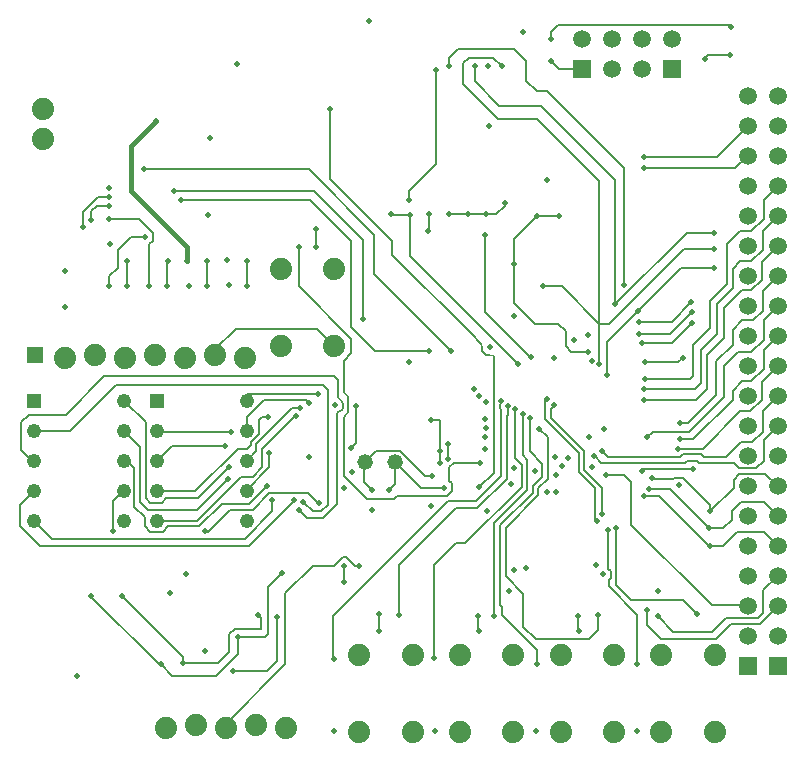
<source format=gbr>
%TF.GenerationSoftware,Novarm,DipTrace,3.2.0.1*%
%TF.CreationDate,2017-11-17T22:28:03-08:00*%
%FSLAX26Y26*%
%MOIN*%
%TF.FileFunction,Copper,L2,Inr*%
%TF.Part,Single*%
%AMOUTLINE6*
4,1,4,
0.026163,0.026163,
0.026205,-0.026121,
-0.026121,-0.026205,
-0.026163,0.026163,
0.026163,0.026163,
0*%
%TA.AperFunction,Conductor*%
%ADD14C,0.015748*%
%ADD18C,0.006*%
%TA.AperFunction,ComponentPad*%
%ADD24R,0.047992X0.047992*%
%ADD25C,0.048*%
%ADD30C,0.074*%
%ADD33C,0.052*%
%ADD41R,0.05937X0.05937*%
%ADD42C,0.05937*%
%ADD47R,0.059055X0.059055*%
%ADD48C,0.059055*%
%TA.AperFunction,ViaPad*%
%ADD49C,0.02*%
%TA.AperFunction,ComponentPad*%
%ADD106OUTLINE6*%
G75*
G01*
%LPD*%
X2715875Y1147125D2*
D18*
X2762751D1*
X2790875Y1175249D1*
Y1203375D1*
X2822125Y1234625D1*
X2897125D1*
X2944000Y1187749D1*
X2515875Y1278375D2*
X2584625D1*
X2715875Y1147125D1*
X2162564Y1953375D2*
X2225156D1*
X2350045Y1828487D1*
Y2303437D1*
X2140692Y2512790D1*
X2012580D1*
X1896967Y2628403D1*
Y2697146D1*
X1915715Y2715894D1*
X1996957D1*
X2025079Y2687772D1*
X2731500Y2078375D2*
X2631180D1*
X2381291Y1828487D1*
X2350045D1*
Y1694126D2*
Y1828487D1*
X2497125Y1253375D2*
X2550249D1*
X2715875Y1087749D1*
X2719000D1*
X2762749D1*
X2809625Y1134625D1*
X2897125D1*
X2944000Y1087749D1*
X2731500Y2016034D2*
X2622285D1*
X2477881Y1871630D1*
X2375042Y1768791D1*
Y1656630D1*
X2431596Y1959529D2*
Y2346873D1*
X2175063Y2603406D1*
X2140692D1*
X2106320Y2637777D1*
Y2703395D1*
X2065699Y2744016D1*
X1878219D1*
X1850097Y2715894D1*
Y2687772D1*
X628375Y2150251D2*
Y2200251D1*
X678375Y2250251D1*
X715875D1*
X656472Y2175841D2*
Y2203346D1*
X675251Y2222125D1*
X715875D1*
X1790875Y1322125D2*
X1769000D1*
X1684625Y1406500D1*
X1606500D1*
X1569000Y1369000D1*
X1590752Y1275374D2*
X1565875Y1300251D1*
Y1365875D1*
X1569000Y1369000D1*
X850249Y1956501D2*
Y2093999D1*
X862749Y2106500D1*
Y2131499D1*
X815874Y2178375D1*
X715875D1*
X834625Y2119000D2*
X787749D1*
X744000Y2075251D1*
Y2015875D1*
X715875Y1987751D1*
Y1956501D1*
X931500Y2272125D2*
X1400251D1*
X1562751Y2109625D1*
Y1844000D1*
X1669000Y1369000D2*
Y1293999D1*
X1650251Y1275249D1*
X1831500Y1281500D2*
X1756500D1*
X1669000Y1369000D1*
X2189963Y2777475D2*
Y2802265D1*
X2212941Y2825243D1*
X2781751D1*
X2788001Y2818992D1*
X2784945Y2725251D2*
X2713012D1*
X2700492Y2712731D1*
X1353274Y1547266D2*
X1325391D1*
X1206500Y1428375D1*
Y1403374D1*
X1175251Y1372125D1*
X1337651Y1522269D2*
X1334526D1*
X1225251Y1412993D1*
Y1350251D1*
X1194000Y1319000D1*
X1156745D1*
X1009870Y1172125D1*
X875251D1*
Y1272125D2*
X1003609D1*
X1144235Y1412751D1*
X1175013D1*
X1187667Y1425404D1*
Y1434778D1*
X1215789Y1462900D1*
Y1509770D1*
X1225163Y1519144D1*
X1243911D1*
X1122125Y1469000D2*
X878375D1*
X875251Y1472125D1*
X1103375Y1422125D2*
X925251D1*
X875251Y1372125D1*
X1950251Y1284625D2*
X1997125Y1331499D1*
Y1722845D1*
G03X1984748Y1723903I-6816J-6814D01*
G01*
D3*
G02X1972371Y1724961I-5561J7872D01*
G01*
X1958936Y1738396D1*
G02X1957878Y1750773I6814J6816D01*
G01*
D3*
G03X1956820Y1763150I-7872J5561D01*
G01*
X1925970Y1794000D1*
X1925205D1*
X1659625Y2059580D1*
Y2106500D1*
X1453375Y2312749D1*
Y2544000D1*
X1275157Y850465D2*
Y706407D1*
X1240875Y672125D1*
X1128375D1*
X1522125Y1415875D2*
X1537751Y1431501D1*
Y1556500D1*
X1412643Y1594136D2*
X1175251D1*
Y1572125D1*
Y1472125D2*
Y1519227D1*
X1231412Y1575388D1*
X1372022D1*
X1381396Y1566014D1*
X1406500Y2144173D2*
Y2084731D1*
X908583Y1956501D2*
Y2033583D1*
X912751Y2037751D1*
X775251Y1956501D2*
Y2037749D1*
X1175249Y1956501D2*
Y2037749D1*
X1041916Y1956501D2*
Y2037751D1*
X1250249Y1397125D2*
Y1350249D1*
X1172125Y1272125D1*
X1175251D1*
X1115875Y1350249D2*
X1012749Y1247125D1*
X906500D1*
X890875Y1231500D1*
X853374D1*
X837749Y1247125D1*
Y1500251D1*
X765875Y1572125D1*
X1112751Y1312749D2*
X1009625Y1209625D1*
X844000D1*
X819000Y1234625D1*
Y1419000D1*
X765875Y1472125D1*
Y1372125D2*
X775249D1*
X800249Y1347125D1*
Y1219000D1*
X834625Y1184625D1*
Y1153375D1*
X853375Y1134625D1*
X894000D1*
X912751Y1153375D1*
X1015875D1*
X1090875Y1228375D1*
X1181500D1*
X1240875Y1287751D1*
X1259625Y1240875D2*
Y1203374D1*
X1169000Y1112749D1*
X525251D1*
X465875Y1172125D1*
X1331500Y1240875D2*
X1332927Y1239449D1*
X1181227Y1087749D1*
X484626D1*
X419000Y1153375D1*
Y1225249D1*
X465875Y1272125D1*
X1362749Y1234626D2*
X1394000Y1203375D1*
X1422126D1*
X1444000Y1225249D1*
Y1609650D1*
X1428399Y1625251D1*
X737751D1*
X584625Y1472125D1*
X465875D1*
Y1372125D2*
X459625D1*
X422125Y1409625D1*
Y1500249D1*
X447125Y1525249D1*
X572123D1*
X700249Y1653375D1*
X1465892D1*
X1478261Y1641007D1*
Y1584625D1*
G03X1486188Y1575125I9935J233D01*
G01*
D3*
G02X1494000Y1565625I-1869J-9499D01*
G01*
Y1547249D1*
G02X1484625Y1537749I-9502J1D01*
G01*
D3*
G03X1475249Y1528249I127J-9501D01*
G01*
Y1228374D1*
X1428375Y1181500D1*
X1375249D1*
X1347125Y1209625D1*
X1415875Y1231500D2*
X1412751D1*
X1378375Y1265875D1*
X1250251D1*
X1194000Y1209625D1*
X1119000D1*
X1044000Y1134625D1*
X1034625D1*
Y1137749D1*
X728375D2*
Y1237749D1*
X762751Y1272125D1*
X765875D1*
X2277071Y856500D2*
Y810929D1*
X2281500Y806500D1*
X1945822Y856500D2*
Y810929D1*
X1950251Y806500D1*
X1614571Y862749D2*
Y807804D1*
X1615875Y806500D1*
X1783311Y2194000D2*
Y2142685D1*
X1778375Y2137749D1*
X2509403Y875462D2*
Y825467D1*
X2556273Y778597D1*
X2737504D1*
X2787499Y828592D1*
X2884843D1*
X2944000Y887749D1*
X2543774Y853589D2*
X2596894Y800470D1*
X2725005D1*
X2771875Y847340D1*
X2878114D1*
X2896862Y866088D1*
Y940612D1*
X2944000Y987749D1*
X2503375Y1700249D2*
X2612749D1*
X2628375Y1715875D1*
X2481500Y1834625D2*
X2590533D1*
X2656262Y1900354D1*
X2121944Y1719123D2*
X2118819D1*
X1968835Y1869108D1*
Y2125331D1*
X2490875Y1765875D2*
X2593651D1*
X2659387Y1831612D1*
X2481500Y1794000D2*
X2584280D1*
X2659387Y1869108D1*
X2503375Y1644000D2*
X2653374D1*
X2662749Y1653375D1*
Y1759625D1*
X2719000Y1815875D1*
Y1906499D1*
X2775251Y1962749D1*
Y2094000D1*
X2819000Y2137749D1*
X2856499D1*
X2897125Y2178375D1*
Y2240874D1*
X2944000Y2287749D1*
X2500029Y1612885D2*
X2669134D1*
X2687749Y1631500D1*
Y1740874D1*
X2740875Y1794000D1*
Y1894000D1*
X2794000Y1947125D1*
Y2012749D1*
X2819000Y2037749D1*
X2856499D1*
X2894000Y2075251D1*
Y2137749D1*
X2944000Y2187749D1*
X2500029Y1575388D2*
X2672262D1*
X2709625Y1612751D1*
Y1725249D1*
X2765875Y1781500D1*
Y1881501D1*
X2825249Y1940875D1*
X2856501D1*
X2890875Y1975249D1*
Y2034625D1*
X2944000Y2087749D1*
X2619000Y1497125D2*
X2644000D1*
X2737751Y1590875D1*
Y1703375D1*
X2794000Y1759625D1*
Y1809626D1*
X2825249Y1840875D1*
X2862751D1*
X2894000Y1872125D1*
Y1937749D1*
X2944000Y1987749D1*
X2509403Y1450402D2*
X2528001Y1469000D1*
X2650251D1*
X2765875Y1584625D1*
Y1687749D1*
X2812751Y1734625D1*
X2856499D1*
X2897125Y1775251D1*
Y1840874D1*
X2944000Y1887749D1*
X2619000Y1444000D2*
X2662751D1*
X2794000Y1575249D1*
Y1606500D1*
X2825249Y1637749D1*
X2856499D1*
X2897125Y1678375D1*
Y1740874D1*
X2944000Y1787749D1*
X2612749Y1412749D2*
X2694000D1*
X2819000Y1537749D1*
X2853375D1*
X2890875Y1575249D1*
Y1634625D1*
X2944000Y1687749D1*
X2359419Y1403531D2*
X2378325Y1384625D1*
X2618608D1*
X2628140Y1394157D1*
X2687509D1*
X2697042Y1384625D1*
X2772125D1*
X2822125Y1434625D1*
X2859625D1*
X2894000Y1469000D1*
Y1537749D1*
X2944000Y1587749D1*
X956500Y2240875D2*
X1384625D1*
X1522125Y2103375D1*
Y1819000D1*
X1603374Y1737751D1*
X1781500D1*
X2371917Y1325415D2*
X2431286D1*
X2456283Y1300417D1*
Y1159807D1*
X2725215Y890875D1*
X2840874D1*
X2844000Y887749D1*
X2490655Y1337913D2*
X2496904Y1344163D1*
X2662512D1*
X2500249Y2384625D2*
X2740875D1*
X2844000Y2487749D1*
X2718933Y1203375D2*
X2797125Y1281567D1*
Y1309625D1*
X2815875Y1328375D1*
X2903374D1*
X2944000Y1287749D1*
X2525249Y1315875D2*
Y1312916D1*
X2596894D1*
X2600018Y1316041D1*
X2628140D1*
X2718933Y1225248D1*
Y1203375D1*
X2731500Y2131500D2*
X2640875D1*
X2403375Y1894000D1*
Y2309475D1*
X2156315Y2556535D1*
X2015705D1*
X1934463Y2637777D1*
Y2687772D1*
X759625Y922125D2*
X962810Y718940D1*
Y697125D1*
X1212664Y856714D2*
X1222038Y847340D1*
Y812751D1*
X1134625D1*
X1115875Y794001D1*
Y734625D1*
X1078375Y697125D1*
X962810D1*
X1500251Y1022125D2*
Y969000D1*
X2034625Y2231500D2*
Y2222125D1*
X2006500Y2194000D1*
X1972125D1*
X1912843D1*
X1850251D1*
X656500Y922125D2*
X653377D1*
X887749Y687752D1*
Y694000D1*
X925249Y656500D1*
X1071819D1*
X1144000Y728681D1*
Y784625D1*
X1234625D1*
X1244000Y794000D1*
Y950249D1*
X1290875Y997125D1*
X2022125Y1572125D2*
G02X2020563Y1562096I-29872J-484D01*
G01*
D3*
G03X2019000Y1552596I28117J-9505D01*
G01*
G03X2020563Y1543096I29680J5D01*
G01*
D3*
G02X2022125Y1533596I-28166J-9508D01*
G01*
Y1322461D1*
X1937413Y1237749D1*
X1843999D1*
X1462749Y856500D1*
Y715875D1*
X1465875Y712749D1*
X2069000Y1544000D2*
Y1381499D1*
X2090697Y1359802D1*
Y1284446D1*
X1903375Y1097125D1*
X1872125D1*
X1800249Y1025249D1*
Y715875D1*
X2119000Y1515875D2*
Y1403350D1*
X2159440Y1362911D1*
Y1319165D1*
X2128193Y1287919D1*
Y1266046D1*
X2018829Y1156682D1*
Y891085D1*
X2025079Y884836D1*
Y856714D1*
X2140875Y740917D1*
Y694000D1*
X2175063Y1578513D2*
X2168606D1*
Y1509978D1*
X2281302Y1397282D1*
Y1334789D1*
X2334421Y1281669D1*
Y1178555D1*
X2340671Y1172306D1*
X2378167Y1141059D2*
Y1012948D1*
X2387541Y1003573D1*
Y981701D1*
X2381291Y975451D1*
Y953579D1*
X2475251Y859619D1*
Y694249D1*
X830909Y2344000D2*
X1381500D1*
X1600249Y2125251D1*
Y1994001D1*
X1856512Y1737739D1*
X2290875Y2678375D2*
X2216043D1*
X2187938Y2706480D1*
X2331297Y1387908D2*
X2334421D1*
X2356430Y1365899D1*
X2634253D1*
X2640639Y1372285D1*
X2676643D1*
X2683029Y1365899D1*
X2797101D1*
X2815875Y1347125D1*
X2872125D1*
X2897125Y1372125D1*
Y1440874D1*
X2944000Y1487749D1*
X2844000Y2387749D2*
X2803375Y2347125D1*
X2500251D1*
X1844000Y1428375D2*
Y1378375D1*
X975251Y2037751D2*
D14*
Y2084625D1*
X787751Y2272125D1*
Y2422126D1*
X872125Y2506500D1*
X1819000Y1403375D2*
D18*
Y1509625D1*
X1787751D1*
X1819000Y1365875D2*
Y1403375D1*
X2142356Y2187749D2*
X2215692D1*
X2312549Y1734747D2*
X2256304D1*
X2237556Y1753495D1*
Y1803490D1*
X2212671Y1828375D1*
X2134625D1*
X2065875Y1897125D1*
Y2028097D1*
Y2111269D1*
X2142356Y2187749D1*
X1106596Y481247D2*
X1094000Y468651D1*
Y484625D1*
X1303280Y693904D1*
Y931404D1*
X1394000Y1022125D1*
X1465877D1*
X1494001Y1050249D1*
X1506500D1*
X1534625Y1022125D1*
X1550249D1*
X2044000Y1553375D2*
Y1525249D1*
X2040875Y1522125D1*
Y1313089D1*
X1943661Y1215875D1*
X1872126D1*
X1681500Y1025249D1*
Y859625D1*
X2094000Y1528375D2*
Y1390874D1*
X2109445Y1375429D1*
Y1275420D1*
X2000081Y1166056D1*
Y856500D1*
X2343795Y856705D2*
Y806719D1*
X2315673Y778597D1*
X2137567D1*
X2096946Y819218D1*
Y928581D1*
X2037577Y987950D1*
Y1147308D1*
X2146941Y1256672D1*
Y1281669D1*
X2178188Y1312916D1*
Y1450402D1*
X2148921Y1479668D1*
X2675249Y862749D2*
X2628165Y909833D1*
X2456283D1*
X2406289Y959828D1*
Y1147308D1*
X2359419Y1194178D2*
Y1281669D1*
X2300050Y1341038D1*
Y1403531D1*
X2188291Y1515290D1*
Y1544871D1*
X2200060Y1556640D1*
X1069000Y1725249D2*
Y1744000D1*
X1137749Y1812749D1*
X1409500D1*
X1465749Y1756500D1*
X1953352Y1365899D2*
X1865899D1*
X1850251Y1350251D1*
Y1306499D1*
X1859625Y1297125D1*
Y1272449D1*
X1840723Y1253547D1*
X1675423D1*
X1665875Y1244000D1*
X1575249D1*
X1497125Y1322125D1*
Y1515749D1*
G02X1504937Y1525249I9679J3D01*
G01*
D3*
G03X1512749Y1534749I-1869J9499D01*
G01*
Y1584500D1*
G03X1504937Y1594000I-9681J1D01*
G01*
D3*
G02X1497125Y1603500I1869J9499D01*
G01*
Y1706500D1*
X1522125Y1731500D1*
Y1778375D1*
X1347125Y1953375D1*
Y2084822D1*
X1718991Y2192178D2*
X1658322D1*
X1656500Y2194000D1*
X1715875Y2240875D2*
Y2272126D1*
X1806500Y2362751D1*
Y2675249D1*
X2078198Y1694126D2*
X1718991Y2053333D1*
Y2192178D1*
D49*
X1141539Y2694000D3*
X1581375Y2837756D3*
X1978209Y2687772D3*
X2096946Y2800260D3*
X1115799Y1956598D3*
X982861Y1956501D3*
X569000Y1884625D3*
D3*
X568982Y2003469D3*
X1469911Y1557411D3*
X1715736Y1700375D3*
X1469911Y1557411D3*
X1984458Y1750370D3*
X1715736Y1700375D3*
X2065699Y1853484D3*
X2050076Y937955D3*
X2475031Y470399D3*
X2140144Y470836D3*
X1465073D3*
X1802609D3*
X1036449Y737749D3*
X918945Y931706D3*
X1381919Y1385306D3*
X1469911Y1557411D3*
X1590749Y1206677D3*
X1381919Y1385306D3*
X2543774Y937955D3*
X1981333Y2487793D3*
X2175063Y2309686D3*
X2615642Y1291043D3*
X2265678Y1775367D3*
X1051764Y2448755D3*
X1044877Y2193123D3*
X1787604Y1222301D3*
X2715875Y1147125D3*
X2515875Y1278375D3*
X2715875Y1147125D3*
X2162564Y1953375D3*
X2025079Y2687772D3*
X2731500Y2078375D3*
X2350045Y1694126D3*
X2497125Y1253375D3*
X2719000Y1087749D3*
X2731500Y2016034D3*
X2375042Y1656630D3*
X2477881Y1871630D3*
X1850097Y2687772D3*
X2431596Y1959529D3*
X628375Y2150251D3*
X715875Y2250251D3*
X656472Y2175841D3*
X715875Y2222125D3*
X1790875Y1322125D3*
X1590752Y1275374D3*
X850249Y1956501D3*
X715875Y2178375D3*
Y2281500D3*
X834625Y2119000D3*
X715875Y1956501D3*
X931500Y2272125D3*
X1562751Y1844000D3*
X1650251Y1275249D3*
X1831500Y1281500D3*
X2189963Y2777475D3*
X2788001Y2818992D3*
X2784945Y2725251D3*
X2700492Y2712731D3*
X1353274Y1547266D3*
X1337651Y1522269D3*
X1243911Y1519144D3*
X1122125Y1469000D3*
X1103375Y1422125D3*
X1950251Y1284625D3*
X1453375Y2544000D3*
X1275157Y850465D3*
X1128375Y672125D3*
X1522125Y1415875D3*
X1537751Y1556500D3*
X1412643Y1594136D3*
X1381396Y1566014D3*
X1406500Y2144173D3*
Y2084731D3*
X908583Y1956501D3*
X912751Y2037751D3*
X775251Y1956501D3*
Y2037749D3*
X1175249Y1956501D3*
Y2037749D3*
X1041916Y1956501D3*
Y2037751D3*
X1250249Y1397125D3*
X1115875Y1350249D3*
X1112751Y1312749D3*
X1240875Y1287751D3*
X1259625Y1240875D3*
X1331500D3*
X1362749Y1234626D3*
X1347125Y1209625D3*
X1415875Y1231500D3*
X1034625Y1137749D3*
X728375D3*
X2277071Y856500D3*
X2281500Y806500D3*
X1945822Y856500D3*
X1950251Y806500D3*
X1614571Y862749D3*
X1615875Y806500D3*
X1783311Y2194000D3*
X1778375Y2137749D3*
X2509403Y875462D3*
X2543774Y853589D3*
X2325047Y1350615D3*
X2503375Y1700249D3*
X2628375Y1715875D3*
X971455Y995181D3*
X1969000Y1412749D3*
Y1450249D3*
X2481500Y1834625D3*
X2656262Y1900354D3*
X1975249Y1206501D3*
X2134442Y1337913D3*
X2203185Y1384783D3*
X2106320Y1016072D3*
X2175063Y1269171D3*
X2206310D3*
Y1325415D3*
X2243806Y1381659D3*
X2121944Y1719123D3*
X1968835Y2125331D3*
X2315673Y1450402D3*
X2365668Y1478524D3*
X2056501Y1294000D3*
X2490875Y1765875D3*
X2659387Y1831612D3*
X2065875Y1347125D3*
X2481500Y1794000D3*
X2659387Y1869108D3*
X2503375Y1644000D3*
X2500029Y1612885D3*
Y1575388D3*
X2619000Y1497125D3*
X2509403Y1450402D3*
X2619000Y1444000D3*
X2612749Y1412749D3*
X2359419Y1403531D3*
X956500Y2240875D3*
X1781500Y1737751D3*
X2371917Y1325415D3*
X2490655Y1337913D3*
X2662512Y1344163D3*
X2197125Y1715875D3*
X2500249Y2384625D3*
X2718933Y1203375D3*
X2525249Y1315875D3*
X2718933Y1203375D3*
X2731500Y2131500D3*
X2403375Y1894000D3*
X2325047Y1703500D3*
X1934463Y2687772D3*
X2403375Y1894000D3*
X759625Y922125D3*
X962810Y697125D3*
X1212664Y856714D3*
D3*
X1500251Y1281499D3*
Y1022125D3*
Y969000D3*
X2362543Y994199D3*
X2034625Y2231500D3*
X1972125Y2194000D3*
X1850251D3*
X1912843D3*
X656500Y922125D3*
X887749Y694000D3*
X1144000Y784625D3*
X1290875Y997125D3*
X2337546Y1025446D3*
X1525251Y1335560D3*
X2022125Y1572125D3*
X1465875Y712749D3*
X2069000Y1544000D3*
X1800249Y715875D3*
X2119000Y1515875D3*
X2140875Y694000D3*
X2175063Y1578513D3*
X2340671Y1172306D3*
X2378167Y1141059D3*
X2475251Y694249D3*
X1972125Y1481500D3*
X1947125Y1587751D3*
X1931500Y1612749D3*
X1972125Y1569000D3*
X1969000Y1512749D3*
X830909Y2344000D3*
X1856512Y1737739D3*
X2187938Y2706480D3*
X2331297Y1387908D3*
X2500251Y2347125D3*
X2312549Y1790991D3*
X1844000Y1428375D3*
Y1378375D3*
X719000Y2094000D3*
X1109625Y2040875D3*
X975251Y2037751D3*
X872125Y2506500D3*
X1819000Y1403375D3*
X1787751Y1509625D3*
X1819000Y1365875D3*
Y1403375D3*
X2142356Y2187749D3*
X2215692D3*
X2312549Y1734747D3*
X2065875Y2028097D3*
X2142356Y2187749D3*
X609625Y656528D3*
X1550249Y1022125D3*
X2065699Y1006698D3*
X2044000Y1553375D3*
X1681500Y859625D3*
X2094000Y1528375D3*
X2000081Y856500D3*
X2343795Y856705D3*
X2148921Y1479668D3*
X2675249Y862749D3*
X2406289Y1147308D3*
X2359419Y1194178D3*
X2200060Y1556640D3*
X1953352Y1365899D3*
X1347125Y2084822D3*
X1718991Y2192178D3*
X1656500Y2194000D3*
X1715875Y2240875D3*
X1806500Y2675249D3*
X2225058Y1353537D3*
X2078198Y1694126D3*
X1718991Y2192178D3*
D24*
X875251Y1572125D3*
D25*
Y1472125D3*
Y1372125D3*
Y1272125D3*
Y1172125D3*
X1175251D3*
Y1272125D3*
Y1372125D3*
Y1472125D3*
Y1572125D3*
D24*
X465875D3*
D25*
Y1472125D3*
Y1372125D3*
Y1272125D3*
Y1172125D3*
X765875D3*
Y1272125D3*
Y1372125D3*
Y1472125D3*
Y1572125D3*
D30*
X494000Y2444000D3*
Y2544000D3*
D106*
X469000Y1725249D3*
D30*
X569000Y1715249D3*
X669000Y1725249D3*
X769000Y1715249D3*
X869000Y1725249D3*
X969000Y1715249D3*
X1069000Y1725249D3*
X1169000Y1715249D3*
D33*
X1569000Y1369000D3*
X1669000D3*
D30*
X1287749Y1756500D3*
Y2012500D3*
X1465749Y1756500D3*
Y2012500D3*
X1550249Y469000D3*
Y725000D3*
X1728249Y469000D3*
Y725000D3*
X1885667Y469000D3*
Y725000D3*
X2063667Y469000D3*
Y725000D3*
X2221083Y469000D3*
Y725000D3*
X2399083Y469000D3*
Y725000D3*
X2556500Y469000D3*
Y725000D3*
X2734500Y469000D3*
Y725000D3*
D41*
X2590875Y2678375D3*
D42*
Y2778375D3*
X2490875Y2678375D3*
Y2778375D3*
X2390875Y2678375D3*
Y2778375D3*
D41*
X2290875Y2678375D3*
D42*
Y2778375D3*
D47*
X2844000Y687749D3*
D48*
Y787749D3*
Y887749D3*
Y987749D3*
Y1087749D3*
Y1187749D3*
Y1287749D3*
Y1387749D3*
Y1487749D3*
Y1587749D3*
Y1687749D3*
Y1787749D3*
Y1887749D3*
Y1987749D3*
Y2087749D3*
Y2187749D3*
Y2287749D3*
Y2387749D3*
Y2487749D3*
Y2587749D3*
D47*
X2944000Y687749D3*
D48*
Y787749D3*
Y887749D3*
Y987749D3*
Y1087749D3*
Y1187749D3*
Y1287749D3*
Y1387749D3*
Y1487749D3*
Y1587749D3*
Y1687749D3*
Y1787749D3*
Y1887749D3*
Y1987749D3*
Y2087749D3*
Y2187749D3*
Y2287749D3*
Y2387749D3*
Y2487749D3*
Y2587749D3*
D30*
X1306596Y481247D3*
X1206596Y491247D3*
X1106596Y481247D3*
X1006596Y491247D3*
X906596Y481247D3*
M02*

</source>
